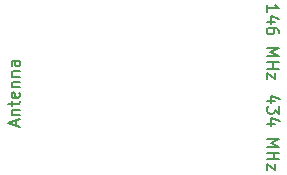
<source format=gbr>
%TF.GenerationSoftware,KiCad,Pcbnew,8.0.4*%
%TF.CreationDate,2024-09-11T11:19:10+03:00*%
%TF.ProjectId,micro_diplekser,6d696372-6f5f-4646-9970-6c656b736572,rev?*%
%TF.SameCoordinates,Original*%
%TF.FileFunction,Legend,Bot*%
%TF.FilePolarity,Positive*%
%FSLAX46Y46*%
G04 Gerber Fmt 4.6, Leading zero omitted, Abs format (unit mm)*
G04 Created by KiCad (PCBNEW 8.0.4) date 2024-09-11 11:19:10*
%MOMM*%
%LPD*%
G01*
G04 APERTURE LIST*
%ADD10C,0.150000*%
G04 APERTURE END LIST*
D10*
X75771380Y-86560188D02*
X75771380Y-85988760D01*
X75771380Y-86274474D02*
X76771380Y-86274474D01*
X76771380Y-86274474D02*
X76628523Y-86179236D01*
X76628523Y-86179236D02*
X76533285Y-86083998D01*
X76533285Y-86083998D02*
X76485666Y-85988760D01*
X76438047Y-87417331D02*
X75771380Y-87417331D01*
X76819000Y-87179236D02*
X76104714Y-86941141D01*
X76104714Y-86941141D02*
X76104714Y-87560188D01*
X76771380Y-88369712D02*
X76771380Y-88179236D01*
X76771380Y-88179236D02*
X76723761Y-88083998D01*
X76723761Y-88083998D02*
X76676142Y-88036379D01*
X76676142Y-88036379D02*
X76533285Y-87941141D01*
X76533285Y-87941141D02*
X76342809Y-87893522D01*
X76342809Y-87893522D02*
X75961857Y-87893522D01*
X75961857Y-87893522D02*
X75866619Y-87941141D01*
X75866619Y-87941141D02*
X75819000Y-87988760D01*
X75819000Y-87988760D02*
X75771380Y-88083998D01*
X75771380Y-88083998D02*
X75771380Y-88274474D01*
X75771380Y-88274474D02*
X75819000Y-88369712D01*
X75819000Y-88369712D02*
X75866619Y-88417331D01*
X75866619Y-88417331D02*
X75961857Y-88464950D01*
X75961857Y-88464950D02*
X76199952Y-88464950D01*
X76199952Y-88464950D02*
X76295190Y-88417331D01*
X76295190Y-88417331D02*
X76342809Y-88369712D01*
X76342809Y-88369712D02*
X76390428Y-88274474D01*
X76390428Y-88274474D02*
X76390428Y-88083998D01*
X76390428Y-88083998D02*
X76342809Y-87988760D01*
X76342809Y-87988760D02*
X76295190Y-87941141D01*
X76295190Y-87941141D02*
X76199952Y-87893522D01*
X75771380Y-89655427D02*
X76771380Y-89655427D01*
X76771380Y-89655427D02*
X76057095Y-89988760D01*
X76057095Y-89988760D02*
X76771380Y-90322093D01*
X76771380Y-90322093D02*
X75771380Y-90322093D01*
X75771380Y-90798284D02*
X76771380Y-90798284D01*
X76295190Y-90798284D02*
X76295190Y-91369712D01*
X75771380Y-91369712D02*
X76771380Y-91369712D01*
X76438047Y-91750665D02*
X76438047Y-92274474D01*
X76438047Y-92274474D02*
X75771380Y-91750665D01*
X75771380Y-91750665D02*
X75771380Y-92274474D01*
X76488847Y-94135750D02*
X75822180Y-94135750D01*
X76869800Y-93897655D02*
X76155514Y-93659560D01*
X76155514Y-93659560D02*
X76155514Y-94278607D01*
X76822180Y-94564322D02*
X76822180Y-95183369D01*
X76822180Y-95183369D02*
X76441228Y-94850036D01*
X76441228Y-94850036D02*
X76441228Y-94992893D01*
X76441228Y-94992893D02*
X76393609Y-95088131D01*
X76393609Y-95088131D02*
X76345990Y-95135750D01*
X76345990Y-95135750D02*
X76250752Y-95183369D01*
X76250752Y-95183369D02*
X76012657Y-95183369D01*
X76012657Y-95183369D02*
X75917419Y-95135750D01*
X75917419Y-95135750D02*
X75869800Y-95088131D01*
X75869800Y-95088131D02*
X75822180Y-94992893D01*
X75822180Y-94992893D02*
X75822180Y-94707179D01*
X75822180Y-94707179D02*
X75869800Y-94611941D01*
X75869800Y-94611941D02*
X75917419Y-94564322D01*
X76488847Y-96040512D02*
X75822180Y-96040512D01*
X76869800Y-95802417D02*
X76155514Y-95564322D01*
X76155514Y-95564322D02*
X76155514Y-96183369D01*
X75822180Y-97326227D02*
X76822180Y-97326227D01*
X76822180Y-97326227D02*
X76107895Y-97659560D01*
X76107895Y-97659560D02*
X76822180Y-97992893D01*
X76822180Y-97992893D02*
X75822180Y-97992893D01*
X75822180Y-98469084D02*
X76822180Y-98469084D01*
X76345990Y-98469084D02*
X76345990Y-99040512D01*
X75822180Y-99040512D02*
X76822180Y-99040512D01*
X76488847Y-99421465D02*
X76488847Y-99945274D01*
X76488847Y-99945274D02*
X75822180Y-99421465D01*
X75822180Y-99421465D02*
X75822180Y-99945274D01*
X54549704Y-96180039D02*
X54549704Y-95703849D01*
X54835419Y-96275277D02*
X53835419Y-95941944D01*
X53835419Y-95941944D02*
X54835419Y-95608611D01*
X54168752Y-95275277D02*
X54835419Y-95275277D01*
X54263990Y-95275277D02*
X54216371Y-95227658D01*
X54216371Y-95227658D02*
X54168752Y-95132420D01*
X54168752Y-95132420D02*
X54168752Y-94989563D01*
X54168752Y-94989563D02*
X54216371Y-94894325D01*
X54216371Y-94894325D02*
X54311609Y-94846706D01*
X54311609Y-94846706D02*
X54835419Y-94846706D01*
X54168752Y-94513372D02*
X54168752Y-94132420D01*
X53835419Y-94370515D02*
X54692561Y-94370515D01*
X54692561Y-94370515D02*
X54787800Y-94322896D01*
X54787800Y-94322896D02*
X54835419Y-94227658D01*
X54835419Y-94227658D02*
X54835419Y-94132420D01*
X54787800Y-93418134D02*
X54835419Y-93513372D01*
X54835419Y-93513372D02*
X54835419Y-93703848D01*
X54835419Y-93703848D02*
X54787800Y-93799086D01*
X54787800Y-93799086D02*
X54692561Y-93846705D01*
X54692561Y-93846705D02*
X54311609Y-93846705D01*
X54311609Y-93846705D02*
X54216371Y-93799086D01*
X54216371Y-93799086D02*
X54168752Y-93703848D01*
X54168752Y-93703848D02*
X54168752Y-93513372D01*
X54168752Y-93513372D02*
X54216371Y-93418134D01*
X54216371Y-93418134D02*
X54311609Y-93370515D01*
X54311609Y-93370515D02*
X54406847Y-93370515D01*
X54406847Y-93370515D02*
X54502085Y-93846705D01*
X54168752Y-92941943D02*
X54835419Y-92941943D01*
X54263990Y-92941943D02*
X54216371Y-92894324D01*
X54216371Y-92894324D02*
X54168752Y-92799086D01*
X54168752Y-92799086D02*
X54168752Y-92656229D01*
X54168752Y-92656229D02*
X54216371Y-92560991D01*
X54216371Y-92560991D02*
X54311609Y-92513372D01*
X54311609Y-92513372D02*
X54835419Y-92513372D01*
X54168752Y-92037181D02*
X54835419Y-92037181D01*
X54263990Y-92037181D02*
X54216371Y-91989562D01*
X54216371Y-91989562D02*
X54168752Y-91894324D01*
X54168752Y-91894324D02*
X54168752Y-91751467D01*
X54168752Y-91751467D02*
X54216371Y-91656229D01*
X54216371Y-91656229D02*
X54311609Y-91608610D01*
X54311609Y-91608610D02*
X54835419Y-91608610D01*
X54835419Y-90703848D02*
X54311609Y-90703848D01*
X54311609Y-90703848D02*
X54216371Y-90751467D01*
X54216371Y-90751467D02*
X54168752Y-90846705D01*
X54168752Y-90846705D02*
X54168752Y-91037181D01*
X54168752Y-91037181D02*
X54216371Y-91132419D01*
X54787800Y-90703848D02*
X54835419Y-90799086D01*
X54835419Y-90799086D02*
X54835419Y-91037181D01*
X54835419Y-91037181D02*
X54787800Y-91132419D01*
X54787800Y-91132419D02*
X54692561Y-91180038D01*
X54692561Y-91180038D02*
X54597323Y-91180038D01*
X54597323Y-91180038D02*
X54502085Y-91132419D01*
X54502085Y-91132419D02*
X54454466Y-91037181D01*
X54454466Y-91037181D02*
X54454466Y-90799086D01*
X54454466Y-90799086D02*
X54406847Y-90703848D01*
M02*

</source>
